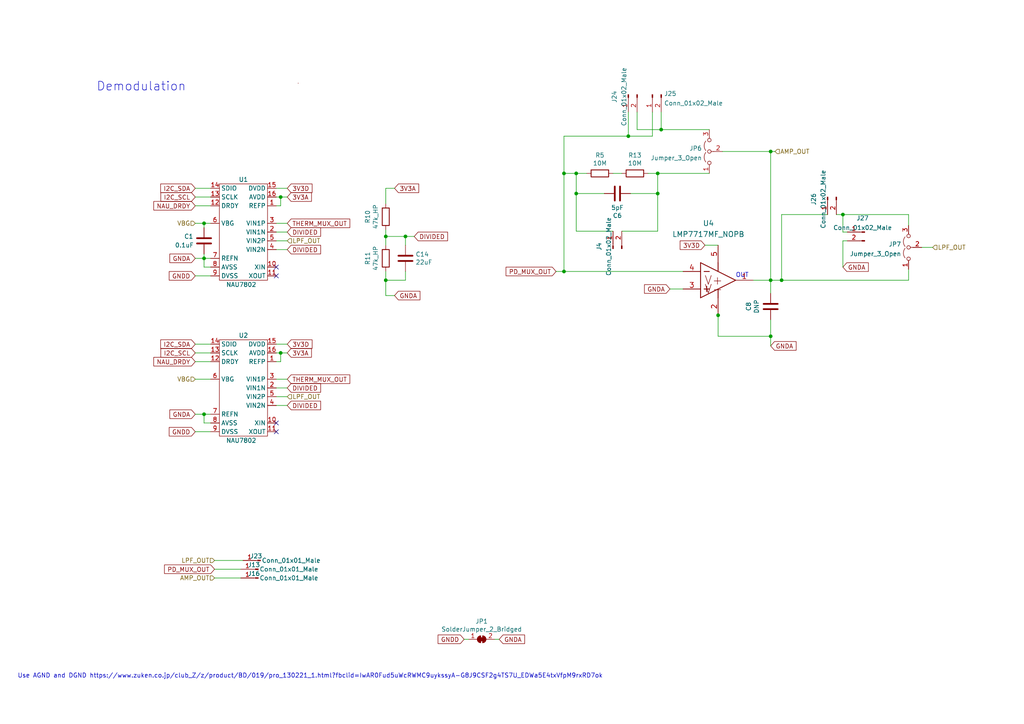
<source format=kicad_sch>
(kicad_sch (version 20211123) (generator eeschema)
  (paper "A4")
  (lib_symbols
    (symbol "Connector:Conn_01x01_Male" (pin_names (offset 1.016) hide)
      (property "Reference" "J" (at 0 2.54 0))
      (property "Value" "Conn_01x01_Male" (at 0 -2.54 0))
      (symbol "Conn_01x01_Male_1_1"
        (polyline (pts (xy 1.27 0) (xy 0.8636 0)) (stroke (width 0.1524)))
        (rectangle (start 0.8636 0.127) (end 0 -0.127) (stroke (width 0.1524)) (fill (type outline)))
        (pin passive line (at 5.08 0 180) (length 3.81) (name "Pin_1") (number "1"))
      )
    )
    (symbol "Connector:Conn_01x02_Male" (pin_names (offset 1.016) hide)
      (property "Reference" "J" (at 0 2.54 0))
      (property "Value" "Conn_01x02_Male" (at 0 -5.08 0))
      (symbol "Conn_01x02_Male_1_1"
        (polyline (pts (xy 1.27 -2.54) (xy 0.8636 -2.54)) (stroke (width 0.1524)))
        (polyline (pts (xy 1.27 0) (xy 0.8636 0)) (stroke (width 0.1524)))
        (rectangle (start 0.8636 -2.413) (end 0 -2.667) (stroke (width 0.1524)) (fill (type outline)))
        (rectangle (start 0.8636 0.127) (end 0 -0.127) (stroke (width 0.1524)) (fill (type outline)))
        (pin passive line (at 5.08 0 180) (length 3.81) (name "Pin_1") (number "1"))
        (pin passive line (at 5.08 -2.54 180) (length 3.81) (name "Pin_2") (number "2"))
      )
    )
    (symbol "Device:C" (pin_numbers hide) (pin_names (offset 0.254))
      (property "Reference" "C" (at 0.635 2.54 0))
      (property "Value" "C" (at 0.635 -2.54 0))
      (symbol "C_0_1"
        (polyline (pts (xy -2.032 -0.762) (xy 2.032 -0.762)) (stroke (width 0.508)))
        (polyline (pts (xy -2.032 0.762) (xy 2.032 0.762)) (stroke (width 0.508)))
      )
      (symbol "C_1_1"
        (pin passive line (at 0 3.81 270) (length 2.794) (name "~") (number "1"))
        (pin passive line (at 0 -3.81 90) (length 2.794) (name "~") (number "2"))
      )
    )
    (symbol "Device:R" (pin_numbers hide) (pin_names (offset 0))
      (property "Reference" "R" (at 2.032 0 90))
      (property "Value" "R" (at 0 0 90))
      (symbol "R_0_1"
        (rectangle (start -1.016 -2.54) (end 1.016 2.54) (stroke (width 0.254)))
      )
      (symbol "R_1_1"
        (pin passive line (at 0 3.81 270) (length 1.27) (name "~") (number "1"))
        (pin passive line (at 0 -3.81 90) (length 1.27) (name "~") (number "2"))
      )
    )
    (symbol "Jumper:Jumper_3_Open" (pin_names (offset 0) hide)
      (property "Reference" "JP" (at -2.54 -2.54 0))
      (property "Value" "Jumper_3_Open" (at 0 2.794 0))
      (symbol "Jumper_3_Open_0_0"
        (circle (center -3.302 0) (radius 0.508))
        (circle (center 0 0) (radius 0.508))
        (circle (center 3.302 0) (radius 0.508))
      )
      (symbol "Jumper_3_Open_0_1"
        (arc (start -0.254 1.016) (mid -1.651 1.4992) (end -3.048 1.016))
        (polyline (pts (xy 0 -0.508) (xy 0 -1.27)))
        (arc (start 3.048 1.016) (mid 1.651 1.4992) (end 0.254 1.016))
      )
      (symbol "Jumper_3_Open_1_1"
        (pin passive line (at -6.35 0 0) (length 2.54) (name "A") (number "1"))
        (pin input line (at 0 -3.81 90) (length 2.54) (name "C") (number "2"))
        (pin passive line (at 6.35 0 180) (length 2.54) (name "B") (number "3"))
      )
    )
    (symbol "Jumper:SolderJumper_2_Bridged" (pin_names (offset 0) hide)
      (property "Reference" "JP" (at 0 2.032 0))
      (property "Value" "SolderJumper_2_Bridged" (at 0 -2.54 0))
      (symbol "SolderJumper_2_Bridged_0_1"
        (rectangle (start -0.508 0.508) (end 0.508 -0.508) (fill (type outline)))
        (arc (start -0.254 1.016) (mid -1.27 0) (end -0.254 -1.016))
        (arc (start -0.254 1.016) (mid -1.27 0) (end -0.254 -1.016) (fill (type outline)))
        (polyline (pts (xy -0.254 1.016) (xy -0.254 -1.016)))
        (polyline (pts (xy 0.254 1.016) (xy 0.254 -1.016)))
        (arc (start 0.254 -1.016) (mid 1.27 0) (end 0.254 1.016))
        (arc (start 0.254 -1.016) (mid 1.27 0) (end 0.254 1.016) (fill (type outline)))
      )
      (symbol "SolderJumper_2_Bridged_1_1"
        (pin passive line (at -3.81 0 0) (length 2.54) (name "A") (number "1"))
        (pin passive line (at 3.81 0 180) (length 2.54) (name "B") (number "2"))
      )
    )
    (symbol "Ninja-qPCR:LMP7717MF_NOPB" (pin_names (offset 0) hide)
      (property "Reference" "U" (at 15.748 0.254 0))
      (property "Value" "Ninja-qPCR_LMP7717MF_NOPB" (at 15.748 -2.286 0))
      (symbol "LMP7717MF_NOPB_0_0"
        (text "V+" (at 3.81 -5.08 0) (effects (font (size 2.54 2.54))))
        (text "V-" (at 3.81 -7.62 0) (effects (font (size 2.54 2.54))))
      )
      (symbol "LMP7717MF_NOPB_1_1"
        (polyline (pts (xy 0 -10.16) (xy 10.16 -5.08)) (stroke (width 0.254)))
        (polyline (pts (xy 0 0) (xy 0 -10.16)) (stroke (width 0.254)))
        (polyline (pts (xy 0 0) (xy 10.16 -5.08)) (stroke (width 0.254)))
        (polyline (pts (xy 1.016 -7.62) (xy 2.54 -7.62)) (stroke (width 0.254)))
        (polyline (pts (xy 1.016 -2.54) (xy 2.54 -2.54)) (stroke (width 0.254)))
        (polyline (pts (xy 1.778 -6.858) (xy 1.778 -8.382)) (stroke (width 0.254)))
        (polyline (pts (xy 5.08 -7.62) (xy 5.08 -10.16)) (stroke (width 0.254)))
        (polyline (pts (xy 5.08 0) (xy 5.08 -2.54)) (stroke (width 0.254)))
        (pin output line (at 15.24 -5.08 180) (length 5.08) (name "OUT") (number "1"))
        (pin power_in line (at 5.08 -15.24 90) (length 5.08) (name "V-") (number "2"))
        (pin input line (at -5.08 -7.62 0) (length 5.08) (name "IN+") (number "3"))
        (pin input line (at -5.08 -2.54 0) (length 5.08) (name "IN-") (number "4"))
        (pin power_in line (at 5.08 5.08 270) (length 5.08) (name "V+") (number "5"))
      )
    )
    (symbol "Ninja-qPCR:NAU7802"
      (property "Reference" "U" (at 8.89 2.54 0))
      (property "Value" "NAU7802" (at 8.89 -27.94 0))
      (symbol "NAU7802_0_1"
        (rectangle (start 2.54 1.27) (end 16.51 -26.67) (stroke (width 0.1524)))
        (rectangle (start 25.4 30.48) (end 25.4 30.48) (stroke (width 0.1524)))
        (rectangle (start 25.4 30.48) (end 25.4 30.48) (stroke (width 0.1524)))
        (rectangle (start 25.4 30.48) (end 25.4 30.48) (stroke (width 0.1524)))
      )
      (symbol "NAU7802_1_1"
        (pin input line (at 19.05 -5.08 180) (length 2.54) (name "REFP") (number "1"))
        (pin input line (at 19.05 -22.86 180) (length 2.54) (name "XIN") (number "10"))
        (pin input line (at 19.05 -25.4 180) (length 2.54) (name "XOUT") (number "11"))
        (pin input line (at 0 -5.08 0) (length 2.54) (name "DRDY") (number "12"))
        (pin input line (at 0 -2.54 0) (length 2.54) (name "SCLK") (number "13"))
        (pin input line (at 0 0 0) (length 2.54) (name "SDIO") (number "14"))
        (pin input line (at 19.05 0 180) (length 2.54) (name "DVDD") (number "15"))
        (pin input line (at 19.05 -2.54 180) (length 2.54) (name "AVDD") (number "16"))
        (pin input line (at 19.05 -12.7 180) (length 2.54) (name "VIN1N") (number "2"))
        (pin input line (at 19.05 -10.16 180) (length 2.54) (name "VIN1P") (number "3"))
        (pin input line (at 19.05 -17.78 180) (length 2.54) (name "VIN2N") (number "4"))
        (pin input line (at 19.05 -15.24 180) (length 2.54) (name "VIN2P") (number "5"))
        (pin input line (at 0 -10.16 0) (length 2.54) (name "VBG") (number "6"))
        (pin input line (at 0 -20.32 0) (length 2.54) (name "REFN") (number "7"))
        (pin input line (at 0 -22.86 0) (length 2.54) (name "AVSS") (number "8"))
        (pin input line (at 0 -25.4 0) (length 2.54) (name "DVSS") (number "9"))
      )
    )
  )
  (junction (at 59.182 74.93))
  (junction (at 190.754 56.134))
  (junction (at 167.132 56.134))
  (junction (at 81.407 102.362))
  (junction (at 182.245 39.497))
  (junction (at 244.475 62.23))
  (junction (at 191.77 37.592))
  (junction (at 163.576 50.292))
  (junction (at 81.407 57.15))
  (junction (at 117.602 68.58))
  (junction (at 163.576 78.74))
  (junction (at 226.695 81.28))
  (junction (at 111.887 81.28))
  (junction (at 223.52 43.942))
  (junction (at 167.132 50.292))
  (junction (at 223.52 97.536))
  (junction (at 111.887 68.58))
  (junction (at 208.28 91.44))
  (junction (at 59.182 120.142))
  (junction (at 190.754 50.292))
  (junction (at 223.52 81.28))
  (junction (at 59.182 64.77))
  (no_connect (at 80.137 125.222))
  (no_connect (at 80.137 77.47))
  (no_connect (at 80.137 80.01))
  (no_connect (at 80.137 122.682))
  (wire (pts (xy 223.52 81.28) (xy 226.695 81.28)))
  (wire (pts (xy 111.887 81.28) (xy 117.602 81.28)))
  (wire (pts (xy 56.642 109.982) (xy 61.087 109.982)))
  (wire (pts (xy 180.34 67.056) (xy 190.754 67.056)))
  (wire (pts (xy 117.602 68.58) (xy 117.602 71.12)))
  (wire (pts (xy 163.576 50.292) (xy 163.576 78.74)))
  (wire (pts (xy 208.28 91.186) (xy 208.28 91.44)))
  (wire (pts (xy 263.525 62.23) (xy 263.525 65.405)))
  (wire (pts (xy 80.137 102.362) (xy 81.407 102.362)))
  (wire (pts (xy 61.087 64.77) (xy 59.182 64.77)))
  (wire (pts (xy 218.44 81.28) (xy 223.52 81.28)))
  (wire (pts (xy 59.182 74.93) (xy 61.087 74.93)))
  (wire (pts (xy 56.642 59.69) (xy 61.087 59.69)))
  (wire (pts (xy 62.23 167.64) (xy 69.85 167.64)))
  (wire (pts (xy 208.28 97.536) (xy 223.52 97.536)))
  (wire (pts (xy 191.77 32.512) (xy 191.77 37.592)))
  (wire (pts (xy 208.28 91.44) (xy 208.28 97.536)))
  (wire (pts (xy 134.62 185.42) (xy 135.89 185.42)))
  (wire (pts (xy 80.137 59.69) (xy 81.407 59.69)))
  (wire (pts (xy 167.132 56.134) (xy 175.26 56.134)))
  (wire (pts (xy 111.887 68.58) (xy 111.887 71.12)))
  (wire (pts (xy 80.137 117.602) (xy 83.312 117.602)))
  (wire (pts (xy 223.52 97.536) (xy 223.52 100.33)))
  (wire (pts (xy 56.642 104.902) (xy 61.087 104.902)))
  (wire (pts (xy 189.23 32.512) (xy 189.23 39.497)))
  (wire (pts (xy 56.642 102.362) (xy 61.087 102.362)))
  (wire (pts (xy 226.695 62.23) (xy 226.695 81.28)))
  (wire (pts (xy 244.475 69.85) (xy 244.475 77.47)))
  (wire (pts (xy 177.8 50.292) (xy 180.34 50.292)))
  (wire (pts (xy 182.245 39.497) (xy 163.576 39.497)))
  (wire (pts (xy 80.137 57.15) (xy 81.407 57.15)))
  (wire (pts (xy 242.57 62.23) (xy 244.475 62.23)))
  (wire (pts (xy 223.52 43.942) (xy 223.52 81.28)))
  (wire (pts (xy 56.642 125.222) (xy 61.087 125.222)))
  (wire (pts (xy 56.642 54.61) (xy 61.087 54.61)))
  (wire (pts (xy 163.576 78.74) (xy 198.12 78.74)))
  (wire (pts (xy 205.74 37.592) (xy 191.77 37.592)))
  (wire (pts (xy 209.55 43.942) (xy 223.52 43.942)))
  (wire (pts (xy 184.785 37.592) (xy 184.785 32.512)))
  (wire (pts (xy 56.642 57.15) (xy 61.087 57.15)))
  (wire (pts (xy 80.137 115.062) (xy 83.312 115.062)))
  (wire (pts (xy 167.132 50.292) (xy 163.576 50.292)))
  (wire (pts (xy 263.525 81.28) (xy 263.525 78.105)))
  (wire (pts (xy 80.137 99.822) (xy 83.312 99.822)))
  (wire (pts (xy 114.427 54.61) (xy 111.887 54.61)))
  (wire (pts (xy 80.137 72.39) (xy 83.312 72.39)))
  (wire (pts (xy 80.137 112.522) (xy 83.312 112.522)))
  (wire (pts (xy 187.96 50.292) (xy 190.754 50.292)))
  (wire (pts (xy 111.887 54.61) (xy 111.887 59.055)))
  (wire (pts (xy 80.137 69.85) (xy 83.312 69.85)))
  (wire (pts (xy 223.52 92.71) (xy 223.52 97.536)))
  (wire (pts (xy 59.182 122.682) (xy 61.087 122.682)))
  (wire (pts (xy 245.745 69.85) (xy 244.475 69.85)))
  (wire (pts (xy 114.427 85.725) (xy 111.887 85.725)))
  (wire (pts (xy 190.754 56.134) (xy 190.754 50.292)))
  (wire (pts (xy 144.78 185.42) (xy 143.51 185.42)))
  (wire (pts (xy 111.887 78.74) (xy 111.887 81.28)))
  (wire (pts (xy 167.132 50.292) (xy 170.18 50.292)))
  (wire (pts (xy 182.88 56.134) (xy 190.754 56.134)))
  (wire (pts (xy 59.182 120.142) (xy 61.087 120.142)))
  (wire (pts (xy 81.407 102.362) (xy 83.312 102.362)))
  (wire (pts (xy 56.642 74.93) (xy 59.182 74.93)))
  (wire (pts (xy 81.407 102.362) (xy 81.407 104.902)))
  (wire (pts (xy 244.475 62.23) (xy 263.525 62.23)))
  (wire (pts (xy 59.182 74.93) (xy 59.182 77.47)))
  (wire (pts (xy 226.695 81.28) (xy 263.525 81.28)))
  (wire (pts (xy 240.03 62.23) (xy 226.695 62.23)))
  (wire (pts (xy 80.137 67.31) (xy 83.312 67.31)))
  (wire (pts (xy 56.642 64.77) (xy 59.182 64.77)))
  (wire (pts (xy 81.407 57.15) (xy 83.312 57.15)))
  (wire (pts (xy 167.132 67.056) (xy 167.132 56.134)))
  (wire (pts (xy 111.887 66.675) (xy 111.887 68.58)))
  (wire (pts (xy 80.137 109.982) (xy 83.312 109.982)))
  (wire (pts (xy 177.8 67.056) (xy 167.132 67.056)))
  (wire (pts (xy 182.245 32.512) (xy 182.245 39.497)))
  (wire (pts (xy 56.642 99.822) (xy 61.087 99.822)))
  (wire (pts (xy 56.642 80.01) (xy 61.087 80.01)))
  (wire (pts (xy 194.31 83.82) (xy 198.12 83.82)))
  (wire (pts (xy 59.182 73.66) (xy 59.182 74.93)))
  (wire (pts (xy 223.52 43.942) (xy 224.79 43.942)))
  (wire (pts (xy 190.754 67.056) (xy 190.754 56.134)))
  (wire (pts (xy 191.77 37.592) (xy 184.785 37.592)))
  (wire (pts (xy 59.182 77.47) (xy 61.087 77.47)))
  (wire (pts (xy 62.23 162.56) (xy 70.485 162.56)))
  (wire (pts (xy 244.475 62.23) (xy 244.475 67.31)))
  (wire (pts (xy 163.576 39.497) (xy 163.576 50.292)))
  (wire (pts (xy 80.137 64.77) (xy 83.312 64.77)))
  (wire (pts (xy 111.887 81.28) (xy 111.887 85.725)))
  (wire (pts (xy 161.29 78.74) (xy 163.576 78.74)))
  (wire (pts (xy 245.745 67.31) (xy 244.475 67.31)))
  (wire (pts (xy 204.47 71.12) (xy 208.28 71.12)))
  (wire (pts (xy 81.407 57.15) (xy 81.407 59.69)))
  (wire (pts (xy 167.132 56.134) (xy 167.132 50.292)))
  (wire (pts (xy 267.335 71.755) (xy 270.51 71.755)))
  (wire (pts (xy 59.182 64.77) (xy 59.182 66.04)))
  (wire (pts (xy 223.52 81.28) (xy 223.52 85.09)))
  (wire (pts (xy 80.137 104.902) (xy 81.407 104.902)))
  (wire (pts (xy 190.754 50.292) (xy 205.74 50.292)))
  (wire (pts (xy 62.23 165.1) (xy 69.85 165.1)))
  (wire (pts (xy 189.23 39.497) (xy 182.245 39.497)))
  (wire (pts (xy 117.602 78.74) (xy 117.602 81.28)))
  (wire (pts (xy 56.642 120.142) (xy 59.182 120.142)))
  (wire (pts (xy 111.887 68.58) (xy 117.602 68.58)))
  (wire (pts (xy 59.182 120.142) (xy 59.182 122.682)))
  (wire (pts (xy 80.137 54.61) (xy 83.312 54.61)))
  (wire (pts (xy 117.602 68.58) (xy 120.142 68.58)))
  (text "Use AGND and DGND  https://www.zuken.co.jp/club_Z/z/product/BD/019/pro_130221_1.html?fbclid=IwAR0Fud5uWcRWMC9uykssyA-G8J9CSF2g4TS7U_EDWa5E4txVfpM9rxRD7ok" (at 5.08 196.85 0) (effects (font (size 1.27 1.27)) (justify left bottom)))
  (text "Demodulation" (at 27.94 26.67 0) (effects (font (size 2.54 2.54)) (justify left bottom)))
  (text "OUT" (at 213.36 80.645 0) (effects (font (size 1.27 1.27)) (justify left bottom)))
  (global_label "GNDA" (shape input) (at 114.427 85.725 0) (property "Intersheet References" "${INTERSHEET_REFS}" (effects hide)))
  (global_label "GNDA" (shape input) (at 56.642 74.93 180) (property "Intersheet References" "${INTERSHEET_REFS}" (effects hide)))
  (global_label "GNDD" (shape input) (at 56.642 125.222 180) (property "Intersheet References" "${INTERSHEET_REFS}" (effects hide)))
  (global_label "DIVIDED" (shape input) (at 83.312 112.522 0) (property "Intersheet References" "${INTERSHEET_REFS}" (effects hide)))
  (global_label "3V3D" (shape input) (at 83.312 54.61 0) (property "Intersheet References" "${INTERSHEET_REFS}" (effects hide)))
  (global_label "DIVIDED" (shape input) (at 83.312 117.602 0) (property "Intersheet References" "${INTERSHEET_REFS}" (effects hide)))
  (global_label "3V3D" (shape input) (at 204.47 71.12 180) (property "Intersheet References" "${INTERSHEET_REFS}" (effects hide)))
  (global_label "DIVIDED" (shape input) (at 83.312 67.31 0) (property "Intersheet References" "${INTERSHEET_REFS}" (effects hide)))
  (global_label "THERM_MUX_OUT" (shape input) (at 83.312 64.77 0) (property "Intersheet References" "${INTERSHEET_REFS}" (effects hide)))
  (global_label "PD_MUX_OUT" (shape input) (at 62.23 165.1 180) (property "Intersheet References" "${INTERSHEET_REFS}" (effects hide)))
  (global_label "PD_MUX_OUT" (shape input) (at 161.29 78.74 180) (property "Intersheet References" "${INTERSHEET_REFS}" (effects hide)))
  (global_label "GNDD" (shape input) (at 134.62 185.42 180) (property "Intersheet References" "${INTERSHEET_REFS}" (effects hide)))
  (global_label "3V3A" (shape input) (at 83.312 57.15 0) (property "Intersheet References" "${INTERSHEET_REFS}" (effects hide)))
  (global_label "3V3D" (shape input) (at 83.312 99.822 0) (property "Intersheet References" "${INTERSHEET_REFS}" (effects hide)))
  (global_label "GNDA" (shape input) (at 144.78 185.42 0) (property "Intersheet References" "${INTERSHEET_REFS}" (effects hide)))
  (global_label "3V3A" (shape input) (at 83.312 102.362 0) (property "Intersheet References" "${INTERSHEET_REFS}" (effects hide)))
  (global_label "DIVIDED" (shape input) (at 83.312 72.39 0) (property "Intersheet References" "${INTERSHEET_REFS}" (effects hide)))
  (global_label "NAU_DRDY" (shape input) (at 56.642 59.69 180) (property "Intersheet References" "${INTERSHEET_REFS}" (effects hide)))
  (global_label "I2C_SDA" (shape input) (at 56.642 54.61 180) (property "Intersheet References" "${INTERSHEET_REFS}" (effects hide)))
  (global_label "DIVIDED" (shape input) (at 120.142 68.58 0) (property "Intersheet References" "${INTERSHEET_REFS}" (effects hide)))
  (global_label "GNDA" (shape input) (at 244.475 77.47 0) (property "Intersheet References" "${INTERSHEET_REFS}" (effects hide)))
  (global_label "I2C_SDA" (shape input) (at 56.642 99.822 180) (property "Intersheet References" "${INTERSHEET_REFS}" (effects hide)))
  (global_label "GNDA" (shape input) (at 194.31 83.82 180) (property "Intersheet References" "${INTERSHEET_REFS}" (effects hide)))
  (global_label "THERM_MUX_OUT" (shape input) (at 83.312 109.982 0) (property "Intersheet References" "${INTERSHEET_REFS}" (effects hide)))
  (global_label "NAU_DRDY" (shape input) (at 56.642 104.902 180) (property "Intersheet References" "${INTERSHEET_REFS}" (effects hide)))
  (global_label "I2C_SCL" (shape input) (at 56.642 102.362 180) (property "Intersheet References" "${INTERSHEET_REFS}" (effects hide)))
  (global_label "GNDD" (shape input) (at 56.642 80.01 180) (property "Intersheet References" "${INTERSHEET_REFS}" (effects hide)))
  (global_label "I2C_SCL" (shape input) (at 56.642 57.15 180) (property "Intersheet References" "${INTERSHEET_REFS}" (effects hide)))
  (global_label "GNDA" (shape input) (at 56.642 120.142 180) (property "Intersheet References" "${INTERSHEET_REFS}" (effects hide)))
  (global_label "3V3A" (shape input) (at 114.427 54.61 0) (property "Intersheet References" "${INTERSHEET_REFS}" (effects hide)))
  (global_label "GNDA" (shape input) (at 223.52 100.33 0) (property "Intersheet References" "${INTERSHEET_REFS}" (effects hide)))
  (hierarchical_label "LPF_OUT" (shape input) (at 83.312 115.062 0))
  (hierarchical_label "VBG" (shape input) (at 56.642 64.77 180))
  (hierarchical_label "LPF_OUT" (shape input) (at 83.312 69.85 0))
  (hierarchical_label "LPF_OUT" (shape input) (at 270.51 71.755 0))
  (hierarchical_label "AMP_OUT" (shape input) (at 62.23 167.64 180))
  (hierarchical_label "VBG" (shape input) (at 56.642 109.982 180))
  (hierarchical_label "AMP_OUT" (shape input) (at 224.79 43.942 0))
  (hierarchical_label "LPF_OUT" (shape input) (at 62.23 162.56 180))
  (symbol (lib_id "Connector:Conn_01x01_Male") (at 74.93 165.1 0) (mirror y) (unit 1)
    (property "Reference" "J13" (at 73.66 163.83 0))
    (property "Value" "Conn_01x01_Male" (at 83.82 165.1 0))
    (property "Footprint" "Connector_PinHeader_1.27mm:PinHeader_1x01_P1.27mm_Vertical" (effects hide))
  )
  (symbol (lib_id "Device:C") (at 223.52 88.9 0) (unit 1)
    (property "Reference" "C8" (at 217.1192 88.9 90))
    (property "Value" "DNP" (at 219.4306 88.9 90))
    (property "Footprint" "Capacitor_SMD:C_0603_1608Metric" (effects hide))
  )
  (symbol (lib_id "Device:R") (at 184.15 50.292 90) (mirror x) (unit 1)
    (property "Reference" "R13" (at 184.15 45.0342 90))
    (property "Value" "10M" (at 184.15 47.3456 90))
    (property "Footprint" "Resistor_SMD:R_0603_1608Metric" (effects hide))
  )
  (symbol (lib_id "Device:C") (at 179.07 56.134 270) (mirror x) (unit 1)
    (property "Reference" "C6" (at 179.07 62.5348 90))
    (property "Value" "5pF" (at 179.07 60.2234 90))
    (property "Footprint" "Capacitor_SMD:C_0603_1608Metric" (effects hide))
  )
  (symbol (lib_id "Ninja-qPCR:LMP7717MF_NOPB") (at 203.2 76.2 0) (unit 1)
    (property "Reference" "U4" (at 203.835 64.77 0) (effects (font (size 1.524 1.524)) (justify left)))
    (property "Value" "LMP7717MF_NOPB" (at 194.945 67.945 0) (effects (font (size 1.524 1.524)) (justify left)))
    (property "Footprint" "Package_TO_SOT_SMD:SOT-23-5" (effects hide))
  )
  (symbol (lib_id "Jumper:SolderJumper_2_Bridged") (at 139.7 185.42 0) (unit 1)
    (property "Reference" "JP1" (at 139.7 180.213 0))
    (property "Value" "SolderJumper_2_Bridged" (at 139.7 182.5244 0))
    (property "Footprint" "Jumper:SolderJumper-2_P1.3mm_Bridged_RoundedPad1.0x1.5mm" (effects hide))
  )
  (symbol (lib_id "Connector:Conn_01x01_Male") (at 74.93 167.64 0) (mirror y) (unit 1)
    (property "Reference" "J16" (at 73.66 166.37 0))
    (property "Value" "Conn_01x01_Male" (at 83.82 167.64 0))
    (property "Footprint" "Connector_PinHeader_1.27mm:PinHeader_1x01_P1.27mm_Vertical" (effects hide))
  )
  (symbol (lib_id "Ninja-qPCR:NAU7802") (at 61.087 99.822 0) (unit 1)
    (property "Reference" "U2" (at 70.612 97.282 0))
    (property "Value" "NAU7802" (at 69.977 127.762 0))
    (property "Footprint" "Package_DIP:DIP-16_W7.62mm" (effects hide))
  )
  (symbol (lib_id "Connector:Conn_01x01_Male") (at 75.565 162.56 0) (mirror y) (unit 1)
    (property "Reference" "J23" (at 74.295 161.29 0))
    (property "Value" "Conn_01x01_Male" (at 84.455 162.56 0))
    (property "Footprint" "Connector_PinHeader_1.27mm:PinHeader_1x01_P1.27mm_Vertical" (effects hide))
  )
  (symbol (lib_id "Connector:Conn_01x02_Male") (at 189.23 27.432 90) (mirror x) (unit 1)
    (property "Reference" "J25" (at 192.6082 27.1585 90) (effects (justify right)))
    (property "Value" "Conn_01x02_Male" (at 192.6082 29.9336 90) (effects (justify right)))
    (property "Footprint" "Connector_PinHeader_1.27mm:PinHeader_1x02_P1.27mm_Vertical" (effects hide))
  )
  (symbol (lib_id "Device:C") (at 117.602 74.93 0) (unit 1)
    (property "Reference" "C14" (at 120.523 73.7616 0) (effects (justify left)))
    (property "Value" "22uF" (at 120.523 76.073 0) (effects (justify left)))
    (property "Footprint" "Capacitor_SMD:C_1210_3225Metric" (effects hide))
  )
  (symbol (lib_id "Connector:Conn_01x02_Male") (at 182.245 27.432 90) (mirror x) (unit 1)
    (property "Reference" "J24" (at 178.2023 28.067 0))
    (property "Value" "Conn_01x02_Male" (at 180.9774 28.067 0))
    (property "Footprint" "Connector_PinHeader_1.27mm:PinHeader_1x02_P1.27mm_Vertical" (effects hide))
  )
  (symbol (lib_id "Connector:Conn_01x02_Male") (at 250.825 67.31 0) (mirror y) (unit 1)
    (property "Reference" "J27" (at 250.19 63.2673 0))
    (property "Value" "Conn_01x02_Male" (at 250.19 66.0424 0))
    (property "Footprint" "Connector_PinHeader_1.27mm:PinHeader_1x02_P1.27mm_Vertical" (effects hide))
  )
  (symbol (lib_id "Device:R") (at 111.887 62.865 0) (unit 1)
    (property "Reference" "R10" (at 106.6292 62.865 90))
    (property "Value" "47k_HP" (at 108.9406 62.865 90))
    (property "Footprint" "Resistor_SMD:R_0603_1608Metric" (effects hide))
  )
  (symbol (lib_id "Ninja-qPCR:NAU7802") (at 61.087 54.61 0) (unit 1)
    (property "Reference" "U1" (at 70.612 52.07 0))
    (property "Value" "NAU7802" (at 69.977 82.55 0))
    (property "Footprint" "Package_SO:SOIC-16_3.9x9.9mm_P1.27mm" (effects hide))
  )
  (symbol (lib_id "Device:R") (at 173.99 50.292 90) (mirror x) (unit 1)
    (property "Reference" "R5" (at 173.99 45.0342 90))
    (property "Value" "10M" (at 173.99 47.3456 90))
    (property "Footprint" "Resistor_SMD:R_0603_1608Metric" (effects hide))
  )
  (symbol (lib_id "Jumper:Jumper_3_Open") (at 263.525 71.755 90) (unit 1)
    (property "Reference" "JP7" (at 261.3909 70.8465 90) (effects (justify left)))
    (property "Value" "Jumper_3_Open" (at 261.3909 73.6216 90) (effects (justify left)))
    (property "Footprint" "Jumper:SolderJumper-3_P2.0mm_Open_TrianglePad1.0x1.5mm" (effects hide))
  )
  (symbol (lib_id "Connector:Conn_01x02_Male") (at 240.03 57.15 90) (mirror x) (unit 1)
    (property "Reference" "J26" (at 235.9873 57.785 0))
    (property "Value" "Conn_01x02_Male" (at 238.7624 57.785 0))
    (property "Footprint" "Connector_PinHeader_1.27mm:PinHeader_1x02_P1.27mm_Vertical" (effects hide))
  )
  (symbol (lib_id "Connector:Conn_01x02_Male") (at 177.8 72.136 90) (unit 1)
    (property "Reference" "J4" (at 173.7573 71.501 0))
    (property "Value" "Conn_01x02_Male" (at 176.5324 71.501 0))
    (property "Footprint" "Connector_PinHeader_2.54mm:PinHeader_1x02_P2.54mm_Vertical" (effects hide))
  )
  (symbol (lib_id "Device:C") (at 59.182 69.85 0) (unit 1)
    (property "Reference" "C1" (at 54.737 68.58 0))
    (property "Value" "0.1uF" (at 53.467 71.12 0))
    (property "Footprint" "Capacitor_SMD:C_0603_1608Metric" (effects hide))
  )
  (symbol (lib_id "Device:R") (at 111.887 74.93 0) (unit 1)
    (property "Reference" "R11" (at 106.6292 74.93 90))
    (property "Value" "47k_HP" (at 108.9406 74.93 90))
    (property "Footprint" "Resistor_SMD:R_0603_1608Metric" (effects hide))
  )
  (symbol (lib_id "Jumper:Jumper_3_Open") (at 205.74 43.942 90) (unit 1)
    (property "Reference" "JP6" (at 203.6059 43.0335 90) (effects (justify left)))
    (property "Value" "Jumper_3_Open" (at 203.6059 45.8086 90) (effects (justify left)))
    (property "Footprint" "Jumper:SolderJumper-3_P2.0mm_Open_TrianglePad1.0x1.5mm" (effects hide))
  )
)
</source>
